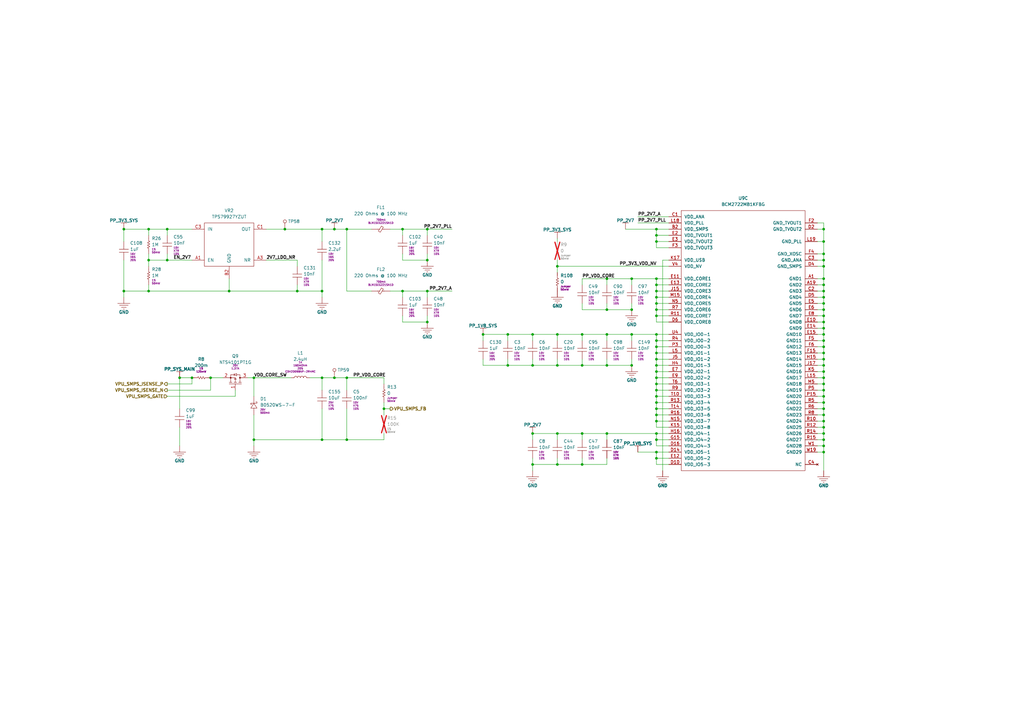
<source format=kicad_sch>
(kicad_sch (version 20231120) (generator "eeschema") (generator_version "8.0")
  (paper "A3")
  (title_block (title "iPod Video Main Board") (date "2025-04-19") (rev "A") (comment 1 "820-1975") (comment 2 "A"))
  (junction (at 337.82 109.22))
  (junction (at 269.24 172.72))
  (junction (at 337.82 132.08))
  (junction (at 337.82 124.46))
  (junction (at 269.24 96.52))
  (junction (at 337.82 147.32))
  (junction (at 337.82 127))
  (junction (at 269.24 160.02))
  (junction (at 337.82 114.3))
  (junction (at 218.44 137.16))
  (junction (at 337.82 170.18))
  (junction (at 269.24 119.38))
  (junction (at 175.26 119.38))
  (junction (at 259.08 127))
  (junction (at 60.96 106.68))
  (junction (at 228.6 177.8))
  (junction (at 269.24 165.1))
  (junction (at 165.1 93.98))
  (junction (at 132.08 180.34))
  (junction (at 259.08 149.86))
  (junction (at 337.82 162.56))
  (junction (at 337.82 104.14))
  (junction (at 93.98 119.38))
  (junction (at 86.36 154.94))
  (junction (at 142.24 180.34))
  (junction (at 337.82 134.62))
  (junction (at 337.82 167.64))
  (junction (at 208.28 137.16))
  (junction (at 269.24 124.46))
  (junction (at 269.24 127))
  (junction (at 259.08 114.3))
  (junction (at 132.08 93.98))
  (junction (at 157.48 167.64))
  (junction (at 269.24 144.78))
  (junction (at 269.24 116.84))
  (junction (at 337.82 177.8))
  (junction (at 208.28 149.86))
  (junction (at 50.8 119.38))
  (junction (at 132.08 119.38))
  (junction (at 137.16 93.98))
  (junction (at 175.26 93.98))
  (junction (at 269.24 177.8))
  (junction (at 228.6 109.22))
  (junction (at 269.24 142.24))
  (junction (at 269.24 149.86))
  (junction (at 132.08 154.94))
  (junction (at 142.24 93.98))
  (junction (at 198.12 137.16))
  (junction (at 337.82 121.92))
  (junction (at 248.92 127))
  (junction (at 218.44 190.5))
  (junction (at 269.24 187.96))
  (junction (at 337.82 142.24))
  (junction (at 78.74 154.94))
  (junction (at 104.14 154.94))
  (junction (at 337.82 93.98))
  (junction (at 218.44 149.86))
  (junction (at 269.24 157.48))
  (junction (at 337.82 157.48))
  (junction (at 337.82 160.02))
  (junction (at 228.6 137.16))
  (junction (at 116.84 93.98))
  (junction (at 337.82 129.54))
  (junction (at 269.24 170.18))
  (junction (at 337.82 182.88))
  (junction (at 269.24 167.64))
  (junction (at 248.92 137.16))
  (junction (at 238.76 190.5))
  (junction (at 269.24 139.7))
  (junction (at 337.82 116.84))
  (junction (at 218.44 177.8))
  (junction (at 337.82 175.26))
  (junction (at 337.82 99.06))
  (junction (at 269.24 137.16))
  (junction (at 337.82 149.86))
  (junction (at 142.24 154.94))
  (junction (at 228.6 190.5))
  (junction (at 337.82 119.38))
  (junction (at 337.82 106.68))
  (junction (at 269.24 93.98))
  (junction (at 337.82 139.7))
  (junction (at 137.16 154.94))
  (junction (at 238.76 177.8))
  (junction (at 269.24 185.42))
  (junction (at 337.82 185.42))
  (junction (at 248.92 149.86))
  (junction (at 248.92 177.8))
  (junction (at 68.58 106.68))
  (junction (at 238.76 149.86))
  (junction (at 269.24 180.34))
  (junction (at 175.26 132.08))
  (junction (at 269.24 147.32))
  (junction (at 68.58 93.98))
  (junction (at 60.96 93.98))
  (junction (at 121.92 119.38))
  (junction (at 228.6 149.86))
  (junction (at 165.1 119.38))
  (junction (at 337.82 137.16))
  (junction (at 60.96 119.38))
  (junction (at 50.8 93.98))
  (junction (at 269.24 162.56))
  (junction (at 269.24 129.54))
  (junction (at 175.26 106.68))
  (junction (at 269.24 154.94))
  (junction (at 269.24 99.06))
  (junction (at 337.82 172.72))
  (junction (at 337.82 180.34))
  (junction (at 269.24 114.3))
  (junction (at 104.14 180.34))
  (junction (at 238.76 137.16))
  (junction (at 337.82 165.1))
  (junction (at 337.82 154.94))
  (junction (at 337.82 144.78))
  (junction (at 73.66 154.94))
  (junction (at 259.08 137.16))
  (junction (at 269.24 152.4))
  (junction (at 337.82 152.4))
  (junction (at 248.92 114.3))
  (junction (at 269.24 121.92))
  (wire (pts (xy 157.48 177.8) (xy 157.48 180.34)))
  (wire (pts (xy 269.24 96.52) (xy 269.24 99.06)))
  (wire (pts (xy 274.32 157.48) (xy 269.24 157.48)))
  (wire (pts (xy 335.28 137.16) (xy 337.82 137.16)))
  (wire (pts (xy 175.26 93.98) (xy 185.42 93.98)))
  (wire (pts (xy 335.28 134.62) (xy 337.82 134.62)))
  (wire (pts (xy 68.58 106.68) (xy 78.74 106.68)))
  (wire (pts (xy 228.6 177.8) (xy 228.6 180.34)))
  (wire (pts (xy 335.28 167.64) (xy 337.82 167.64)))
  (wire (pts (xy 271.78 106.68) (xy 271.78 193.04)))
  (wire (pts (xy 274.32 129.54) (xy 269.24 129.54)))
  (wire (pts (xy 218.44 177.8) (xy 228.6 177.8)))
  (wire (pts (xy 337.82 170.18) (xy 337.82 172.72)))
  (wire (pts (xy 248.92 137.16) (xy 248.92 139.7)))
  (wire (pts (xy 274.32 180.34) (xy 269.24 180.34)))
  (wire (pts (xy 337.82 137.16) (xy 337.82 139.7)))
  (wire (pts (xy 269.24 172.72) (xy 269.24 170.18)))
  (wire (pts (xy 238.76 137.16) (xy 238.76 139.7)))
  (wire (pts (xy 337.82 162.56) (xy 337.82 165.1)))
  (wire (pts (xy 269.24 137.16) (xy 269.24 139.7)))
  (wire (pts (xy 132.08 180.34) (xy 142.24 180.34)))
  (wire (pts (xy 238.76 147.32) (xy 238.76 149.86)))
  (wire (pts (xy 68.58 104.14) (xy 68.58 106.68)))
  (wire (pts (xy 274.32 142.24) (xy 269.24 142.24)))
  (wire (pts (xy 142.24 93.98) (xy 152.4 93.98)))
  (wire (pts (xy 218.44 139.7) (xy 218.44 137.16)))
  (wire (pts (xy 73.66 175.26) (xy 73.66 182.88)))
  (wire (pts (xy 337.82 172.72) (xy 337.82 175.26)))
  (wire (pts (xy 337.82 152.4) (xy 337.82 154.94)))
  (wire (pts (xy 337.82 142.24) (xy 337.82 144.78)))
  (wire (pts (xy 109.22 93.98) (xy 116.84 93.98)))
  (wire (pts (xy 218.44 177.8) (xy 218.44 180.34)))
  (wire (pts (xy 78.74 154.94) (xy 78.74 157.48)))
  (wire (pts (xy 259.08 137.16) (xy 269.24 137.16)))
  (wire (pts (xy 259.08 147.32) (xy 259.08 149.86)))
  (wire (pts (xy 248.92 149.86) (xy 238.76 149.86)))
  (wire (pts (xy 228.6 137.16) (xy 238.76 137.16)))
  (wire (pts (xy 335.28 165.1) (xy 337.82 165.1)))
  (wire (pts (xy 142.24 119.38) (xy 152.4 119.38)))
  (wire (pts (xy 218.44 137.16) (xy 228.6 137.16)))
  (wire (pts (xy 248.92 127) (xy 259.08 127)))
  (wire (pts (xy 132.08 121.92) (xy 132.08 119.38)))
  (wire (pts (xy 269.24 152.4) (xy 269.24 149.86)))
  (wire (pts (xy 335.28 142.24) (xy 337.82 142.24)))
  (wire (pts (xy 269.24 93.98) (xy 274.32 93.98)))
  (wire (pts (xy 269.24 162.56) (xy 269.24 165.1)))
  (wire (pts (xy 335.28 124.46) (xy 337.82 124.46)))
  (wire (pts (xy 261.62 91.44) (xy 274.32 91.44)))
  (wire (pts (xy 259.08 137.16) (xy 259.08 139.7)))
  (wire (pts (xy 337.82 180.34) (xy 337.82 182.88)))
  (wire (pts (xy 157.48 167.64) (xy 157.48 170.18)))
  (wire (pts (xy 337.82 139.7) (xy 337.82 142.24)))
  (wire (pts (xy 269.24 172.72) (xy 269.24 175.26)))
  (wire (pts (xy 274.32 154.94) (xy 269.24 154.94)))
  (wire (pts (xy 274.32 190.5) (xy 269.24 190.5)))
  (wire (pts (xy 198.12 137.16) (xy 198.12 139.7)))
  (wire (pts (xy 208.28 137.16) (xy 208.28 139.7)))
  (wire (pts (xy 274.32 172.72) (xy 269.24 172.72)))
  (wire (pts (xy 165.1 121.92) (xy 165.1 119.38)))
  (wire (pts (xy 269.24 160.02) (xy 269.24 162.56)))
  (wire (pts (xy 142.24 167.64) (xy 142.24 180.34)))
  (wire (pts (xy 104.14 154.94) (xy 119.38 154.94)))
  (wire (pts (xy 248.92 137.16) (xy 259.08 137.16)))
  (wire (pts (xy 259.08 114.3) (xy 259.08 116.84)))
  (wire (pts (xy 274.32 116.84) (xy 269.24 116.84)))
  (wire (pts (xy 50.8 106.68) (xy 50.8 119.38)))
  (wire (pts (xy 73.66 154.94) (xy 73.66 167.64)))
  (wire (pts (xy 274.32 106.68) (xy 271.78 106.68)))
  (wire (pts (xy 269.24 147.32) (xy 269.24 144.78)))
  (wire (pts (xy 238.76 149.86) (xy 228.6 149.86)))
  (wire (pts (xy 175.26 132.08) (xy 165.1 132.08)))
  (wire (pts (xy 142.24 154.94) (xy 142.24 160.02)))
  (wire (pts (xy 96.52 162.56) (xy 96.52 160.02)))
  (wire (pts (xy 269.24 157.48) (xy 269.24 160.02)))
  (wire (pts (xy 274.32 144.78) (xy 269.24 144.78)))
  (wire (pts (xy 335.28 157.48) (xy 337.82 157.48)))
  (wire (pts (xy 121.92 106.68) (xy 121.92 109.22)))
  (wire (pts (xy 274.32 149.86) (xy 269.24 149.86)))
  (wire (pts (xy 337.82 165.1) (xy 337.82 167.64)))
  (wire (pts (xy 274.32 175.26) (xy 269.24 175.26)))
  (wire (pts (xy 68.58 160.02) (xy 86.36 160.02)))
  (wire (pts (xy 104.14 170.18) (xy 104.14 180.34)))
  (wire (pts (xy 238.76 137.16) (xy 248.92 137.16)))
  (wire (pts (xy 60.96 96.52) (xy 60.96 93.98)))
  (wire (pts (xy 269.24 96.52) (xy 274.32 96.52)))
  (wire (pts (xy 86.36 154.94) (xy 91.44 154.94)))
  (wire (pts (xy 175.26 119.38) (xy 175.26 121.92)))
  (wire (pts (xy 218.44 190.5) (xy 228.6 190.5)))
  (wire (pts (xy 116.84 93.98) (xy 132.08 93.98)))
  (wire (pts (xy 104.14 180.34) (xy 132.08 180.34)))
  (wire (pts (xy 269.24 132.08) (xy 269.24 129.54)))
  (wire (pts (xy 160.02 93.98) (xy 165.1 93.98)))
  (wire (pts (xy 337.82 167.64) (xy 337.82 170.18)))
  (wire (pts (xy 337.82 93.98) (xy 337.82 99.06)))
  (wire (pts (xy 218.44 187.96) (xy 218.44 190.5)))
  (wire (pts (xy 274.32 182.88) (xy 269.24 182.88)))
  (wire (pts (xy 335.28 144.78) (xy 337.82 144.78)))
  (wire (pts (xy 335.28 127) (xy 337.82 127)))
  (wire (pts (xy 228.6 109.22) (xy 274.32 109.22)))
  (wire (pts (xy 238.76 127) (xy 238.76 124.46)))
  (wire (pts (xy 274.32 124.46) (xy 269.24 124.46)))
  (wire (pts (xy 259.08 114.3) (xy 269.24 114.3)))
  (wire (pts (xy 335.28 162.56) (xy 337.82 162.56)))
  (wire (pts (xy 274.32 137.16) (xy 269.24 137.16)))
  (wire (pts (xy 337.82 149.86) (xy 337.82 152.4)))
  (wire (pts (xy 335.28 91.44) (xy 337.82 91.44)))
  (wire (pts (xy 269.24 142.24) (xy 269.24 139.7)))
  (wire (pts (xy 248.92 187.96) (xy 248.92 190.5)))
  (wire (pts (xy 238.76 114.3) (xy 238.76 116.84)))
  (wire (pts (xy 337.82 119.38) (xy 337.82 121.92)))
  (wire (pts (xy 157.48 165.1) (xy 157.48 167.64)))
  (wire (pts (xy 274.32 170.18) (xy 269.24 170.18)))
  (wire (pts (xy 269.24 177.8) (xy 274.32 177.8)))
  (wire (pts (xy 238.76 190.5) (xy 248.92 190.5)))
  (wire (pts (xy 337.82 134.62) (xy 337.82 137.16)))
  (wire (pts (xy 127 154.94) (xy 132.08 154.94)))
  (wire (pts (xy 335.28 93.98) (xy 337.82 93.98)))
  (wire (pts (xy 337.82 127) (xy 337.82 129.54)))
  (wire (pts (xy 165.1 96.52) (xy 165.1 93.98)))
  (wire (pts (xy 248.92 177.8) (xy 248.92 180.34)))
  (wire (pts (xy 121.92 116.84) (xy 121.92 119.38)))
  (wire (pts (xy 335.28 104.14) (xy 337.82 104.14)))
  (wire (pts (xy 248.92 147.32) (xy 248.92 149.86)))
  (wire (pts (xy 228.6 139.7) (xy 228.6 137.16)))
  (wire (pts (xy 335.28 132.08) (xy 337.82 132.08)))
  (wire (pts (xy 335.28 139.7) (xy 337.82 139.7)))
  (wire (pts (xy 269.24 144.78) (xy 269.24 142.24)))
  (wire (pts (xy 157.48 157.48) (xy 157.48 154.94)))
  (wire (pts (xy 137.16 93.98) (xy 142.24 93.98)))
  (wire (pts (xy 335.28 175.26) (xy 337.82 175.26)))
  (wire (pts (xy 335.28 154.94) (xy 337.82 154.94)))
  (wire (pts (xy 165.1 93.98) (xy 175.26 93.98)))
  (wire (pts (xy 142.24 93.98) (xy 142.24 119.38)))
  (wire (pts (xy 238.76 177.8) (xy 238.76 180.34)))
  (wire (pts (xy 269.24 177.8) (xy 269.24 180.34)))
  (wire (pts (xy 259.08 124.46) (xy 259.08 127)))
  (wire (pts (xy 269.24 167.64) (xy 269.24 165.1)))
  (wire (pts (xy 269.24 185.42) (xy 269.24 187.96)))
  (wire (pts (xy 274.32 167.64) (xy 269.24 167.64)))
  (wire (pts (xy 269.24 147.32) (xy 269.24 149.86)))
  (wire (pts (xy 50.8 119.38) (xy 60.96 119.38)))
  (wire (pts (xy 337.82 185.42) (xy 337.82 193.04)))
  (wire (pts (xy 269.24 121.92) (xy 269.24 119.38)))
  (wire (pts (xy 132.08 119.38) (xy 121.92 119.38)))
  (wire (pts (xy 335.28 119.38) (xy 337.82 119.38)))
  (wire (pts (xy 274.32 187.96) (xy 269.24 187.96)))
  (wire (pts (xy 175.26 93.98) (xy 175.26 96.52)))
  (wire (pts (xy 274.32 132.08) (xy 269.24 132.08)))
  (wire (pts (xy 335.28 152.4) (xy 337.82 152.4)))
  (wire (pts (xy 248.92 177.8) (xy 269.24 177.8)))
  (wire (pts (xy 160.02 119.38) (xy 165.1 119.38)))
  (wire (pts (xy 137.16 154.94) (xy 142.24 154.94)))
  (wire (pts (xy 175.26 106.68) (xy 165.1 106.68)))
  (wire (pts (xy 238.76 177.8) (xy 248.92 177.8)))
  (wire (pts (xy 142.24 154.94) (xy 157.48 154.94)))
  (wire (pts (xy 228.6 106.68) (xy 228.6 109.22)))
  (wire (pts (xy 337.82 144.78) (xy 337.82 147.32)))
  (wire (pts (xy 337.82 157.48) (xy 337.82 160.02)))
  (wire (pts (xy 274.32 147.32) (xy 269.24 147.32)))
  (wire (pts (xy 218.44 147.32) (xy 218.44 149.86)))
  (wire (pts (xy 256.54 93.98) (xy 269.24 93.98)))
  (wire (pts (xy 269.24 99.06) (xy 269.24 101.6)))
  (wire (pts (xy 228.6 187.96) (xy 228.6 190.5)))
  (wire (pts (xy 335.28 180.34) (xy 337.82 180.34)))
  (wire (pts (xy 132.08 154.94) (xy 132.08 160.02)))
  (wire (pts (xy 208.28 147.32) (xy 208.28 149.86)))
  (wire (pts (xy 78.74 154.94) (xy 73.66 154.94)))
  (wire (pts (xy 165.1 104.14) (xy 165.1 106.68)))
  (wire (pts (xy 68.58 157.48) (xy 78.74 157.48)))
  (wire (pts (xy 68.58 93.98) (xy 78.74 93.98)))
  (wire (pts (xy 335.28 185.42) (xy 337.82 185.42)))
  (wire (pts (xy 175.26 129.54) (xy 175.26 132.08)))
  (wire (pts (xy 335.28 160.02) (xy 337.82 160.02)))
  (wire (pts (xy 248.92 124.46) (xy 248.92 127)))
  (wire (pts (xy 132.08 180.34) (xy 132.08 167.64)))
  (wire (pts (xy 337.82 129.54) (xy 337.82 132.08)))
  (wire (pts (xy 60.96 116.84) (xy 60.96 119.38)))
  (wire (pts (xy 337.82 121.92) (xy 337.82 124.46)))
  (wire (pts (xy 337.82 109.22) (xy 337.82 114.3)))
  (wire (pts (xy 198.12 137.16) (xy 208.28 137.16)))
  (wire (pts (xy 335.28 172.72) (xy 337.82 172.72)))
  (wire (pts (xy 269.24 154.94) (xy 269.24 157.48)))
  (wire (pts (xy 337.82 116.84) (xy 337.82 119.38)))
  (wire (pts (xy 337.82 185.42) (xy 337.82 182.88)))
  (wire (pts (xy 337.82 106.68) (xy 337.82 109.22)))
  (wire (pts (xy 228.6 147.32) (xy 228.6 149.86)))
  (wire (pts (xy 248.92 114.3) (xy 259.08 114.3)))
  (wire (pts (xy 228.6 97.79) (xy 228.6 99.06)))
  (wire (pts (xy 274.32 160.02) (xy 269.24 160.02)))
  (wire (pts (xy 337.82 160.02) (xy 337.82 162.56)))
  (wire (pts (xy 60.96 93.98) (xy 68.58 93.98)))
  (wire (pts (xy 335.28 121.92) (xy 337.82 121.92)))
  (wire (pts (xy 86.36 154.94) (xy 86.36 160.02)))
  (wire (pts (xy 109.22 106.68) (xy 121.92 106.68)))
  (wire (pts (xy 274.32 162.56) (xy 269.24 162.56)))
  (wire (pts (xy 104.14 162.56) (xy 104.14 154.94)))
  (wire (pts (xy 269.24 185.42) (xy 274.32 185.42)))
  (wire (pts (xy 175.26 119.38) (xy 185.42 119.38)))
  (wire (pts (xy 208.28 137.16) (xy 218.44 137.16)))
  (wire (pts (xy 337.82 104.14) (xy 337.82 106.68)))
  (wire (pts (xy 228.6 149.86) (xy 218.44 149.86)))
  (wire (pts (xy 228.6 109.22) (xy 228.6 111.76)))
  (wire (pts (xy 175.26 104.14) (xy 175.26 106.68)))
  (wire (pts (xy 269.24 180.34) (xy 269.24 182.88)))
  (wire (pts (xy 60.96 104.14) (xy 60.96 106.68)))
  (wire (pts (xy 274.32 165.1) (xy 269.24 165.1)))
  (wire (pts (xy 335.28 129.54) (xy 337.82 129.54)))
  (wire (pts (xy 337.82 99.06) (xy 337.82 104.14)))
  (wire (pts (xy 208.28 149.86) (xy 198.12 149.86)))
  (wire (pts (xy 248.92 149.86) (xy 259.08 149.86)))
  (wire (pts (xy 269.24 154.94) (xy 269.24 152.4)))
  (wire (pts (xy 238.76 127) (xy 248.92 127)))
  (wire (pts (xy 60.96 106.68) (xy 68.58 106.68)))
  (wire (pts (xy 132.08 106.68) (xy 132.08 119.38)))
  (wire (pts (xy 269.24 116.84) (xy 269.24 114.3)))
  (wire (pts (xy 142.24 180.34) (xy 157.48 180.34)))
  (wire (pts (xy 335.28 116.84) (xy 337.82 116.84)))
  (wire (pts (xy 335.28 149.86) (xy 337.82 149.86)))
  (wire (pts (xy 274.32 119.38) (xy 269.24 119.38)))
  (wire (pts (xy 269.24 114.3) (xy 274.32 114.3)))
  (wire (pts (xy 104.14 182.88) (xy 104.14 180.34)))
  (wire (pts (xy 165.1 129.54) (xy 165.1 132.08)))
  (wire (pts (xy 274.32 127) (xy 269.24 127)))
  (wire (pts (xy 93.98 119.38) (xy 93.98 114.3)))
  (wire (pts (xy 60.96 119.38) (xy 93.98 119.38)))
  (wire (pts (xy 269.24 124.46) (xy 269.24 121.92)))
  (wire (pts (xy 269.24 139.7) (xy 274.32 139.7)))
  (wire (pts (xy 248.92 114.3) (xy 248.92 116.84)))
  (wire (pts (xy 337.82 147.32) (xy 337.82 149.86)))
  (wire (pts (xy 337.82 124.46) (xy 337.82 127)))
  (wire (pts (xy 238.76 114.3) (xy 248.92 114.3)))
  (wire (pts (xy 198.12 149.86) (xy 198.12 147.32)))
  (wire (pts (xy 335.28 170.18) (xy 337.82 170.18)))
  (wire (pts (xy 165.1 119.38) (xy 175.26 119.38)))
  (wire (pts (xy 50.8 119.38) (xy 50.8 121.92)))
  (wire (pts (xy 269.24 170.18) (xy 269.24 167.64)))
  (wire (pts (xy 60.96 106.68) (xy 60.96 109.22)))
  (wire (pts (xy 274.32 152.4) (xy 269.24 152.4)))
  (wire (pts (xy 132.08 99.06) (xy 132.08 93.98)))
  (wire (pts (xy 218.44 190.5) (xy 218.44 193.04)))
  (wire (pts (xy 337.82 114.3) (xy 337.82 116.84)))
  (wire (pts (xy 228.6 177.8) (xy 238.76 177.8)))
  (wire (pts (xy 337.82 177.8) (xy 337.82 180.34)))
  (wire (pts (xy 269.24 124.46) (xy 269.24 127)))
  (wire (pts (xy 335.28 147.32) (xy 337.82 147.32)))
  (wire (pts (xy 274.32 121.92) (xy 269.24 121.92)))
  (wire (pts (xy 269.24 129.54) (xy 269.24 127)))
  (wire (pts (xy 238.76 187.96) (xy 238.76 190.5)))
  (wire (pts (xy 274.32 101.6) (xy 269.24 101.6)))
  (wire (pts (xy 337.82 154.94) (xy 337.82 157.48)))
  (wire (pts (xy 121.92 119.38) (xy 93.98 119.38)))
  (wire (pts (xy 261.62 185.42) (xy 269.24 185.42)))
  (wire (pts (xy 337.82 175.26) (xy 337.82 177.8)))
  (wire (pts (xy 132.08 154.94) (xy 137.16 154.94)))
  (wire (pts (xy 157.48 167.64) (xy 160.02 167.64)))
  (wire (pts (xy 269.24 93.98) (xy 269.24 96.52)))
  (wire (pts (xy 274.32 99.06) (xy 269.24 99.06)))
  (wire (pts (xy 269.24 187.96) (xy 269.24 190.5)))
  (wire (pts (xy 335.28 109.22) (xy 337.82 109.22)))
  (wire (pts (xy 228.6 190.5) (xy 238.76 190.5)))
  (wire (pts (xy 137.16 93.98) (xy 132.08 93.98)))
  (wire (pts (xy 68.58 93.98) (xy 68.58 96.52)))
  (wire (pts (xy 337.82 132.08) (xy 337.82 134.62)))
  (wire (pts (xy 335.28 177.8) (xy 337.82 177.8)))
  (wire (pts (xy 337.82 91.44) (xy 337.82 93.98)))
  (wire (pts (xy 218.44 149.86) (xy 208.28 149.86)))
  (wire (pts (xy 101.6 154.94) (xy 104.14 154.94)))
  (wire (pts (xy 335.28 182.88) (xy 337.82 182.88)))
  (wire (pts (xy 335.28 99.06) (xy 337.82 99.06)))
  (wire (pts (xy 50.8 93.98) (xy 50.8 99.06)))
  (wire (pts (xy 335.28 106.68) (xy 337.82 106.68)))
  (wire (pts (xy 261.62 88.9) (xy 274.32 88.9)))
  (wire (pts (xy 269.24 119.38) (xy 269.24 116.84)))
  (wire (pts (xy 335.28 114.3) (xy 337.82 114.3)))
  (wire (pts (xy 50.8 93.98) (xy 60.96 93.98)))
  (wire (pts (xy 68.58 162.56) (xy 96.52 162.56)))
  (label "PP_VDD_CORE" (at 238.76 114.3 0) (effects (font (thickness 0.254) (bold yes))))
  (label "PP_2V7_PLL" (at 261.62 91.44 0) (effects (font (thickness 0.254) (bold yes))))
  (label "PP_3V3_VDD_NV" (at 254 109.22 0) (effects (font (thickness 0.254) (bold yes))))
  (label "PP_2V7_A" (at 261.62 88.9 0) (effects (font (thickness 0.254) (bold yes))))
  (label "2V7_LDO_NR" (at 109.22 106.68 0) (effects (font (thickness 0.254) (bold yes))))
  (label "EN_2V7" (at 71.12 106.68 0) (effects (font (thickness 0.254) (bold yes))))
  (label "PP_2V7_A" (at 185.42 119.38 180) (effects (font (thickness 0.254) (bold yes))))
  (label "PP_VDD_CORE" (at 144.78 154.94 0) (effects (font (thickness 0.254) (bold yes))))
  (label "PP_2V7_PLL" (at 185.42 93.98 180) (effects (font (thickness 0.254) (bold yes))))
  (label "VDD_CORE_SW" (at 104.14 154.94 0) (effects (font (thickness 0.254) (bold yes))))
  (hierarchical_label "VPU_SMPS_GATE" (shape input) (at 68.58 162.56 180) (effects (font (bold yes))))
  (hierarchical_label "VPU_SMPS_ISENSE_N" (shape output) (at 68.58 160.02 180) (effects (font (bold yes))))
  (hierarchical_label "VPU_SMPS_FB" (shape output) (at 160.02 167.64 0) (effects (font (bold yes))))
  (hierarchical_label "VPU_SMPS_ISENSE_P" (shape output) (at 68.58 157.48 180) (effects (font (bold yes))))
  (symbol (lib_id "820-1975_Symbols:GND") (at 218.44 193.04 0) (unit 1) (in_bom no) (on_board no)
    (property "Reference" "#PWR0101" (effects (hide yes)))
    (property "Value" "GND" (at 218.44 199.136 0) (effects (font (bold yes))))
    (property "Description" "Ground Symbol" (effects (hide yes)))
  )
  (symbol (lib_id "820-1975:PCB Components/TP-000000") (at 137.16 154.94 0) (unit 1)
    (property "Reference" "TP59" (at 138.43 151.765 0) (effects (justify left)))
    (property "Value" "TP" (effects (hide yes)))
    (property "Footprint" "820-1975_Footprints:TP-SMT" (effects (hide yes)))
    (property "Description" "TESTPOINT SMT" (effects (hide yes)))
  )
  (symbol (lib_id "820-1975:Capacitors-0201/CAP-0201-000005") (at 175.26 96.52 0) (unit 1)
    (property "Reference" "C40" (at 177.8 97.155 0) (effects (justify left)))
    (property "Value" "10nF" (at 177.8 99.695 0) (effects (justify left)))
    (property "Footprint" "820-1975_Footprints:MLCC-0201" (effects (hide yes)))
    (property "Voltage" "10V" (at 177.8 101.6 0) (effects (font (size 0.762 0.762)) (justify left)))
    (property "Dielectric" "X7R" (at 177.8 102.87 0) (effects (font (size 0.762 0.762)) (justify left)))
    (property "Tolerance" "10%" (at 177.8 104.14 0) (effects (font (size 0.762 0.762)) (justify left)))
    (property "Manufacturer" "Murata" (effects (hide yes)))
    (property "Manufacturer Part Number" "GRM033R71A103KA01D" (effects (hide yes)))
  )
  (symbol (lib_id "820-1975:Capacitors-0201/CAP-0201-000005") (at 238.76 180.34 0) (unit 1)
    (property "Reference" "C47" (at 241.3 180.975 0) (effects (justify left)))
    (property "Value" "10nF" (at 241.3 183.515 0) (effects (justify left)))
    (property "Footprint" "820-1975_Footprints:MLCC-0201" (effects (hide yes)))
    (property "Voltage" "10V" (at 241.3 185.42 0) (effects (font (size 0.762 0.762)) (justify left)))
    (property "Dielectric" "X7R" (at 241.3 186.69 0) (effects (font (size 0.762 0.762)) (justify left)))
    (property "Tolerance" "10%" (at 241.3 187.96 0) (effects (font (size 0.762 0.762)) (justify left)))
    (property "Manufacturer" "Murata" (effects (hide yes)))
    (property "Manufacturer Part Number" "GRM033R71A103KA01D" (effects (hide yes)))
  )
  (symbol (lib_id "820-1975:Capacitors-0402/CAP-0402-000005") (at 73.66 167.64 0) (unit 1)
    (property "Reference" "C99" (at 76.2 168.275 0) (effects (justify left)))
    (property "Value" "1uF" (at 76.2 170.815 0) (effects (justify left)))
    (property "Footprint" "820-1975_Footprints:MLCC-0402" (effects (hide yes)))
    (property "Voltage" "16V" (at 76.2 172.72 0) (effects (font (size 0.762 0.762)) (justify left)))
    (property "Dielectric" "X6S" (at 76.2 173.99 0) (effects (font (size 0.762 0.762)) (justify left)))
    (property "Tolerance" "20%" (at 76.2 175.26 0) (effects (font (size 0.762 0.762)) (justify left)))
    (property "Manufacturer" "Murata" (effects (hide yes)))
    (property "Manufacturer Part Number" "GRM155C81C105ME11J" (effects (hide yes)))
  )
  (symbol (lib_id "820-1975_Symbols:VCC") (at 228.6 97.79 0) (unit 1) (in_bom no) (on_board no)
    (property "Reference" "#PWR0120" (effects (hide yes)))
    (property "Value" "PP_3V3_SYS" (at 228.6 94.234 0) (effects (font (bold yes))))
    (property "Description" "Power Port Symbol" (effects (hide yes)))
  )
  (symbol (lib_id "820-1975:Resistors-0402/RES-0402-000001") (at 78.74 154.94 90) (unit 1)
    (property "Reference" "R8" (at 82.55 147.32 90))
    (property "Value" "200m" (at 82.55 149.86 90))
    (property "Footprint" "820-1975_Footprints:RES-0402" (effects (hide yes)))
    (property "Tolerance" "1%" (at 82.55 151.13 90) (effects (font (size 0.762 0.762))))
    (property "Power" "125mW" (at 82.55 152.4 90) (effects (font (size 0.762 0.762))))
    (property "Manufacturer" "Vishay Dale" (effects (hide yes)))
    (property "Manufacturer Part Number" "RCWE0402R200FKEA" (effects (hide yes)))
  )
  (symbol (lib_id "820-1975:Capacitors-0402/CAP-0402-000005") (at 165.1 96.52 0) (unit 1)
    (property "Reference" "C102" (at 167.64 97.155 0) (effects (justify left)))
    (property "Value" "1uF" (at 167.64 99.695 0) (effects (justify left)))
    (property "Footprint" "820-1975_Footprints:MLCC-0402" (effects (hide yes)))
    (property "Voltage" "16V" (at 167.64 101.6 0) (effects (font (size 0.762 0.762)) (justify left)))
    (property "Dielectric" "X6S" (at 167.64 102.87 0) (effects (font (size 0.762 0.762)) (justify left)))
    (property "Tolerance" "20%" (at 167.64 104.14 0) (effects (font (size 0.762 0.762)) (justify left)))
    (property "Manufacturer" "Murata" (effects (hide yes)))
    (property "Manufacturer Part Number" "GRM155C81C105ME11J" (effects (hide yes)))
  )
  (symbol (lib_id "820-1975_Symbols:GND") (at 259.08 127 0) (unit 1) (in_bom no) (on_board no)
    (property "Reference" "#PWR0196" (effects (hide yes)))
    (property "Value" "GND" (at 259.08 133.096 0) (effects (font (bold yes))))
    (property "Description" "Ground Symbol" (effects (hide yes)))
  )
  (symbol (lib_id "820-1975:Capacitors-0402/CAP-0402-000006") (at 132.08 99.06 0) (unit 1)
    (property "Reference" "C132" (at 134.62 99.695 0) (effects (justify left)))
    (property "Value" "2.2uF" (at 134.62 102.235 0) (effects (justify left)))
    (property "Footprint" "820-1975_Footprints:MLCC-0402" (effects (hide yes)))
    (property "Voltage" "10V" (at 134.62 104.14 0) (effects (font (size 0.762 0.762)) (justify left)))
    (property "Dielectric" "X6S" (at 134.62 105.41 0) (effects (font (size 0.762 0.762)) (justify left)))
    (property "Tolerance" "20%" (at 134.62 106.68 0) (effects (font (size 0.762 0.762)) (justify left)))
    (property "Manufacturer" "Murata" (effects (hide yes)))
    (property "Manufacturer Part Number" "GRM155C81A225ME44D" (effects (hide yes)))
  )
  (symbol (lib_id "820-1975:Capacitors-0201/CAP-0201-000005") (at 68.58 96.52 0) (unit 1)
    (property "Reference" "C55" (at 71.12 97.155 0) (effects (justify left)))
    (property "Value" "10nF" (at 71.12 99.695 0) (effects (justify left)))
    (property "Footprint" "820-1975_Footprints:MLCC-0201" (effects (hide yes)))
    (property "Voltage" "10V" (at 71.12 101.6 0) (effects (font (size 0.762 0.762)) (justify left)))
    (property "Dielectric" "X7R" (at 71.12 102.87 0) (effects (font (size 0.762 0.762)) (justify left)))
    (property "Tolerance" "10%" (at 71.12 104.14 0) (effects (font (size 0.762 0.762)) (justify left)))
    (property "Manufacturer" "Murata" (effects (hide yes)))
    (property "Manufacturer Part Number" "GRM033R71A103KA01D" (effects (hide yes)))
  )
  (symbol (lib_id "820-1975:PCB Components/TP-000000") (at 116.84 93.98 0) (unit 1)
    (property "Reference" "TP58" (at 118.11 90.805 0) (effects (justify left)))
    (property "Value" "TP" (effects (hide yes)))
    (property "Footprint" "820-1975_Footprints:TP-SMT" (effects (hide yes)))
    (property "Description" "TESTPOINT SMT" (effects (hide yes)))
  )
  (symbol (lib_id "820-1975:Capacitors-0201/CAP-0201-000005") (at 208.28 139.7 0) (unit 1)
    (property "Reference" "C3" (at 210.82 140.335 0) (effects (justify left)))
    (property "Value" "10nF" (at 210.82 142.875 0) (effects (justify left)))
    (property "Footprint" "820-1975_Footprints:MLCC-0201" (effects (hide yes)))
    (property "Voltage" "10V" (at 210.82 144.78 0) (effects (font (size 0.762 0.762)) (justify left)))
    (property "Dielectric" "X7R" (at 210.82 146.05 0) (effects (font (size 0.762 0.762)) (justify left)))
    (property "Tolerance" "10%" (at 210.82 147.32 0) (effects (font (size 0.762 0.762)) (justify left)))
    (property "Manufacturer" "Murata" (effects (hide yes)))
    (property "Manufacturer Part Number" "GRM033R71A103KA01D" (effects (hide yes)))
  )
  (symbol (lib_id "820-1975:Diodes/D-000000") (at 104.14 162.56 0) (unit 1)
    (property "Reference" "D1" (at 106.68 163.576 0) (effects (justify left)))
    (property "Value" "B0520WS-7-F" (at 106.68 166.116 0) (effects (justify left)))
    (property "Footprint" "820-1975_Footprints:SOD-323" (effects (hide yes)))
    (property "Datasheet" "https://www.diodes.com/assets/Datasheets/B0520WS.pdf" (effects (hide yes)))
    (property "Voltage" "20V" (at 106.68 168.021 0) (effects (font (size 0.762 0.762)) (justify left)))
    (property "Current" "500mA" (at 106.68 169.291 0) (effects (font (size 0.762 0.762)) (justify left)))
    (property "Manufacturer" "Diodes Incorporated" (effects (hide yes)))
    (property "Manufacturer Part Number" "B0520WS-7-F" (effects (hide yes)))
    (property "Type" "Schottky" (effects (hide yes)))
  )
  (symbol (lib_id "820-1975:Capacitors-0201/CAP-0201-000005") (at 259.08 139.7 0) (unit 1)
    (property "Reference" "C149" (at 261.62 140.335 0) (effects (justify left)))
    (property "Value" "10nF" (at 261.62 142.875 0) (effects (justify left)))
    (property "Footprint" "820-1975_Footprints:MLCC-0201" (effects (hide yes)))
    (property "Voltage" "10V" (at 261.62 144.78 0) (effects (font (size 0.762 0.762)) (justify left)))
    (property "Dielectric" "X7R" (at 261.62 146.05 0) (effects (font (size 0.762 0.762)) (justify left)))
    (property "Tolerance" "10%" (at 261.62 147.32 0) (effects (font (size 0.762 0.762)) (justify left)))
    (property "Manufacturer" "Murata" (effects (hide yes)))
    (property "Manufacturer Part Number" "GRM033R71A103KA01D" (effects (hide yes)))
  )
  (symbol (lib_id "820-1975:Capacitors-0805/CAP-0805-000000") (at 132.08 160.02 0) (unit 1)
    (property "Reference" "C155" (at 134.62 160.655 0) (effects (justify left)))
    (property "Value" "10uF" (at 134.62 163.195 0) (effects (justify left)))
    (property "Footprint" "820-1975_Footprints:MLCC-0805" (effects (hide yes)))
    (property "Voltage" "25V" (at 134.62 165.1 0) (effects (font (size 0.762 0.762)) (justify left)))
    (property "Dielectric" "X7S" (at 134.62 166.37 0) (effects (font (size 0.762 0.762)) (justify left)))
    (property "Tolerance" "10%" (at 134.62 167.64 0) (effects (font (size 0.762 0.762)) (justify left)))
    (property "Manufacturer" "Murata" (effects (hide yes)))
    (property "Manufacturer Part Number" "GRM21BC71E106KE11L" (effects (hide yes)))
  )
  (symbol (lib_id "820-1975_Symbols:GND") (at 132.08 121.92 0) (unit 1) (in_bom no) (on_board no)
    (property "Reference" "#PWR069" (effects (hide yes)))
    (property "Value" "GND" (at 132.08 128.016 0) (effects (font (bold yes))))
    (property "Description" "Ground Symbol" (effects (hide yes)))
  )
  (symbol (lib_id "820-1975:Resistors-0201/RES-0201-000000") (at 228.6 99.06 0) (unit 1) (dnp yes)
    (property "Reference" "R9" (at 229.87 100.33 0) (effects (justify left)))
    (property "Value" "0" (at 229.87 102.87 0) (effects (justify left)))
    (property "Footprint" "820-1975_Footprints:RES-0201" (effects (hide yes)))
    (property "Tolerance" "Jumper" (at 229.87 104.775 0) (effects (font (size 0.762 0.762)) (justify left)))
    (property "Power" "50mW" (at 229.87 106.045 0) (effects (font (size 0.762 0.762)) (justify left)))
    (property "Manufacturer" "Vishay Dale" (effects (hide yes)))
    (property "Manufacturer Part Number" "CRCW02010000Z0ED" (effects (hide yes)))
  )
  (symbol (lib_id "820-1975:Inductors/IND-000002") (at 119.38 154.94 90) (unit 1)
    (property "Reference" "L1" (at 123.19 144.78 90))
    (property "Value" "2.4uH" (at 123.19 147.32 90))
    (property "Footprint" "820-1975_Footprints:CDH2D09B" (effects (hide yes)))
    (property "Datasheet" "https://products.sumida.com/products/pdf/CDH2D09B.pdf" (effects (hide yes)))
    (property "Description" "IND 2.4UH 1A 160mOhm CDH2D09BNP-2R4MC" (effects (hide yes)))
    (property "Current" "1A" (at 123.19 148.59 90) (effects (font (size 0.762 0.762))))
    (property "DCR" "160mOhm" (at 123.19 149.86 90) (effects (font (size 0.762 0.762))))
    (property "Tolerance" "20%" (at 123.19 151.13 90) (effects (font (size 0.762 0.762))))
    (property "Manufacturer" "Sumida" (effects (hide yes)))
    (property "Manufacturer Part Number" "CDH2D09BNP-2R4MC" (at 123.19 152.4 90) (effects (font (size 0.762 0.762))))
  )
  (symbol (lib_id "820-1975:Capacitors-0201/CAP-0201-000005") (at 248.92 139.7 0) (unit 1)
    (property "Reference" "C98" (at 251.46 140.335 0) (effects (justify left)))
    (property "Value" "10nF" (at 251.46 142.875 0) (effects (justify left)))
    (property "Footprint" "820-1975_Footprints:MLCC-0201" (effects (hide yes)))
    (property "Voltage" "10V" (at 251.46 144.78 0) (effects (font (size 0.762 0.762)) (justify left)))
    (property "Dielectric" "X7R" (at 251.46 146.05 0) (effects (font (size 0.762 0.762)) (justify left)))
    (property "Tolerance" "10%" (at 251.46 147.32 0) (effects (font (size 0.762 0.762)) (justify left)))
    (property "Manufacturer" "Murata" (effects (hide yes)))
    (property "Manufacturer Part Number" "GRM033R71A103KA01D" (effects (hide yes)))
  )
  (symbol (lib_id "820-1975_Symbols:VCC") (at 137.16 93.98 0) (unit 1) (in_bom no) (on_board no)
    (property "Reference" "#PWR0154" (effects (hide yes)))
    (property "Value" "PP_2V7" (at 137.16 90.424 0) (effects (font (bold yes))))
    (property "Description" "Power Port Symbol" (effects (hide yes)))
  )
  (symbol (lib_id "820-1975_Symbols:GND") (at 228.6 119.38 0) (unit 1) (in_bom no) (on_board no)
    (property "Reference" "#PWR093" (effects (hide yes)))
    (property "Value" "GND" (at 228.6 125.476 0) (effects (font (bold yes))))
    (property "Description" "Ground Symbol" (effects (hide yes)))
  )
  (symbol (lib_id "820-1975:Capacitors-0201/CAP-0201-000005") (at 175.26 121.92 0) (unit 1)
    (property "Reference" "C48" (at 177.8 122.555 0) (effects (justify left)))
    (property "Value" "10nF" (at 177.8 125.095 0) (effects (justify left)))
    (property "Footprint" "820-1975_Footprints:MLCC-0201" (effects (hide yes)))
    (property "Voltage" "10V" (at 177.8 127 0) (effects (font (size 0.762 0.762)) (justify left)))
    (property "Dielectric" "X7R" (at 177.8 128.27 0) (effects (font (size 0.762 0.762)) (justify left)))
    (property "Tolerance" "10%" (at 177.8 129.54 0) (effects (font (size 0.762 0.762)) (justify left)))
    (property "Manufacturer" "Murata" (effects (hide yes)))
    (property "Manufacturer Part Number" "GRM033R71A103KA01D" (effects (hide yes)))
  )
  (symbol (lib_id "820-1975_Symbols:GND") (at 175.26 106.68 0) (unit 1) (in_bom no) (on_board no)
    (property "Reference" "#PWR099" (effects (hide yes)))
    (property "Value" "GND" (at 175.26 112.776 0) (effects (font (bold yes))))
    (property "Description" "Ground Symbol" (effects (hide yes)))
  )
  (symbol (lib_id "820-1975:Capacitors-0201/CAP-0201-000005") (at 238.76 116.84 0) (unit 1)
    (property "Reference" "C49" (at 241.3 117.475 0) (effects (justify left)))
    (property "Value" "10nF" (at 241.3 120.015 0) (effects (justify left)))
    (property "Footprint" "820-1975_Footprints:MLCC-0201" (effects (hide yes)))
    (property "Voltage" "10V" (at 241.3 121.92 0) (effects (font (size 0.762 0.762)) (justify left)))
    (property "Dielectric" "X7R" (at 241.3 123.19 0) (effects (font (size 0.762 0.762)) (justify left)))
    (property "Tolerance" "10%" (at 241.3 124.46 0) (effects (font (size 0.762 0.762)) (justify left)))
    (property "Manufacturer" "Murata" (effects (hide yes)))
    (property "Manufacturer Part Number" "GRM033R71A103KA01D" (effects (hide yes)))
  )
  (symbol (lib_id "820-1975:Resistors-0201/RES-0201-000000") (at 228.6 111.76 0) (unit 1)
    (property "Reference" "R108" (at 229.87 113.03 0) (effects (justify left)))
    (property "Value" "0" (at 229.87 115.57 0) (effects (justify left)))
    (property "Footprint" "820-1975_Footprints:RES-0201" (effects (hide yes)))
    (property "Tolerance" "Jumper" (at 229.87 117.475 0) (effects (font (size 0.762 0.762)) (justify left)))
    (property "Power" "50mW" (at 229.87 118.745 0) (effects (font (size 0.762 0.762)) (justify left)))
    (property "Manufacturer" "Vishay Dale" (effects (hide yes)))
    (property "Manufacturer Part Number" "CRCW02010000Z0ED" (effects (hide yes)))
  )
  (symbol (lib_id "820-1975_Symbols:GND") (at 73.66 182.88 0) (unit 1) (in_bom no) (on_board no)
    (property "Reference" "#PWR054" (effects (hide yes)))
    (property "Value" "GND" (at 73.66 188.976 0) (effects (font (bold yes))))
    (property "Description" "Ground Symbol" (effects (hide yes)))
  )
  (symbol (lib_id "820-1975:Capacitors-0201/CAP-0201-000005") (at 228.6 139.7 0) (unit 1)
    (property "Reference" "C20" (at 231.14 140.335 0) (effects (justify left)))
    (property "Value" "10nF" (at 231.14 142.875 0) (effects (justify left)))
    (property "Footprint" "820-1975_Footprints:MLCC-0201" (effects (hide yes)))
    (property "Voltage" "10V" (at 231.14 144.78 0) (effects (font (size 0.762 0.762)) (justify left)))
    (property "Dielectric" "X7R" (at 231.14 146.05 0) (effects (font (size 0.762 0.762)) (justify left)))
    (property "Tolerance" "10%" (at 231.14 147.32 0) (effects (font (size 0.762 0.762)) (justify left)))
    (property "Manufacturer" "Murata" (effects (hide yes)))
    (property "Manufacturer Part Number" "GRM033R71A103KA01D" (effects (hide yes)))
  )
  (symbol (lib_id "820-1975:Capacitors-0201/CAP-0201-000005") (at 238.76 139.7 0) (unit 1)
    (property "Reference" "C95" (at 241.3 140.335 0) (effects (justify left)))
    (property "Value" "10nF" (at 241.3 142.875 0) (effects (justify left)))
    (property "Footprint" "820-1975_Footprints:MLCC-0201" (effects (hide yes)))
    (property "Voltage" "10V" (at 241.3 144.78 0) (effects (font (size 0.762 0.762)) (justify left)))
    (property "Dielectric" "X7R" (at 241.3 146.05 0) (effects (font (size 0.762 0.762)) (justify left)))
    (property "Tolerance" "10%" (at 241.3 147.32 0) (effects (font (size 0.762 0.762)) (justify left)))
    (property "Manufacturer" "Murata" (effects (hide yes)))
    (property "Manufacturer Part Number" "GRM033R71A103KA01D" (effects (hide yes)))
  )
  (symbol (lib_id "820-1975:Capacitors-0201/CAP-0201-000005") (at 218.44 180.34 0) (unit 1)
    (property "Reference" "C8" (at 220.98 180.975 0) (effects (justify left)))
    (property "Value" "10nF" (at 220.98 183.515 0) (effects (justify left)))
    (property "Footprint" "820-1975_Footprints:MLCC-0201" (effects (hide yes)))
    (property "Voltage" "10V" (at 220.98 185.42 0) (effects (font (size 0.762 0.762)) (justify left)))
    (property "Dielectric" "X7R" (at 220.98 186.69 0) (effects (font (size 0.762 0.762)) (justify left)))
    (property "Tolerance" "10%" (at 220.98 187.96 0) (effects (font (size 0.762 0.762)) (justify left)))
    (property "Manufacturer" "Murata" (effects (hide yes)))
    (property "Manufacturer Part Number" "GRM033R71A103KA01D" (effects (hide yes)))
  )
  (symbol (lib_id "820-1975:Capacitors-0201/CAP-0201-000005") (at 248.92 116.84 0) (unit 1)
    (property "Reference" "C90" (at 251.46 117.475 0) (effects (justify left)))
    (property "Value" "10nF" (at 251.46 120.015 0) (effects (justify left)))
    (property "Footprint" "820-1975_Footprints:MLCC-0201" (effects (hide yes)))
    (property "Voltage" "10V" (at 251.46 121.92 0) (effects (font (size 0.762 0.762)) (justify left)))
    (property "Dielectric" "X7R" (at 251.46 123.19 0) (effects (font (size 0.762 0.762)) (justify left)))
    (property "Tolerance" "10%" (at 251.46 124.46 0) (effects (font (size 0.762 0.762)) (justify left)))
    (property "Manufacturer" "Murata" (effects (hide yes)))
    (property "Manufacturer Part Number" "GRM033R71A103KA01D" (effects (hide yes)))
  )
  (symbol (lib_id "820-1975_Symbols:GND") (at 104.14 182.88 0) (unit 1) (in_bom no) (on_board no)
    (property "Reference" "#PWR055" (effects (hide yes)))
    (property "Value" "GND" (at 104.14 188.976 0) (effects (font (bold yes))))
    (property "Description" "Ground Symbol" (effects (hide yes)))
  )
  (symbol (lib_id "820-1975_Symbols:VCC") (at 261.62 185.42 0) (unit 1) (in_bom no) (on_board no)
    (property "Reference" "#PWR0128" (effects (hide yes)))
    (property "Value" "PP_1V8_SYS" (at 261.62 181.864 0) (effects (font (bold yes))))
    (property "Description" "Power Port Symbol" (effects (hide yes)))
  )
  (symbol (lib_id "820-1975_Symbols:GND") (at 175.26 132.08 0) (unit 1) (in_bom no) (on_board no)
    (property "Reference" "#PWR094" (effects (hide yes)))
    (property "Value" "GND" (at 175.26 138.176 0) (effects (font (bold yes))))
    (property "Description" "Ground Symbol" (effects (hide yes)))
  )
  (symbol (lib_id "820-1975_Symbols:VCC") (at 50.8 93.98 0) (unit 1) (in_bom no) (on_board no)
    (property "Reference" "#PWR0119" (effects (hide yes)))
    (property "Value" "PP_3V3_SYS" (at 50.8 90.424 0) (effects (font (bold yes))))
    (property "Description" "Power Port Symbol" (effects (hide yes)))
  )
  (symbol (lib_id "820-1975:Capacitors-0402/CAP-0402-000005") (at 198.12 139.7 0) (unit 1)
    (property "Reference" "C130" (at 200.66 140.335 0) (effects (justify left)))
    (property "Value" "1uF" (at 200.66 142.875 0) (effects (justify left)))
    (property "Footprint" "820-1975_Footprints:MLCC-0402" (effects (hide yes)))
    (property "Description" "CAP CER 1UF 16V 0402 X6S 20%" (effects (hide yes)))
    (property "Voltage" "16V" (at 200.66 144.78 0) (effects (font (size 0.762 0.762)) (justify left)))
    (property "Dielectric" "X6S" (at 200.66 146.05 0) (effects (font (size 0.762 0.762)) (justify left)))
    (property "Tolerance" "20%" (at 200.66 147.32 0) (effects (font (size 0.762 0.762)) (justify left)))
    (property "Manufacturer" "Murata" (effects (hide yes)))
    (property "Manufacturer Part Number" "GRM155C81C105ME11J" (effects (hide yes)))
  )
  (symbol (lib_id "820-1975_Symbols:GND") (at 271.78 193.04 0) (unit 1) (in_bom no) (on_board no)
    (property "Reference" "#PWR097" (effects (hide yes)))
    (property "Value" "GND" (at 271.78 199.136 0) (effects (font (bold yes))))
    (property "Description" "Ground Symbol" (effects (hide yes)))
  )
  (symbol (lib_id "820-1975:Capacitors-0201/CAP-0201-000006") (at 142.24 160.02 0) (unit 1)
    (property "Reference" "C5" (at 144.78 160.655 0) (effects (justify left)))
    (property "Value" "100nF" (at 144.78 163.195 0) (effects (justify left)))
    (property "Footprint" "820-1975_Footprints:MLCC-0201" (effects (hide yes)))
    (property "Voltage" "10V" (at 144.78 165.1 0) (effects (font (size 0.762 0.762)) (justify left)))
    (property "Dielectric" "X7S" (at 144.78 166.37 0) (effects (font (size 0.762 0.762)) (justify left)))
    (property "Tolerance" "10%" (at 144.78 167.64 0) (effects (font (size 0.762 0.762)) (justify left)))
    (property "Manufacturer" "Murata" (effects (hide yes)))
    (property "Manufacturer Part Number" "GRM033C71A104KE14D" (effects (hide yes)))
  )
  (symbol (lib_id "820-1975:Capacitors-0201/CAP-0201-000005") (at 259.08 116.84 0) (unit 1)
    (property "Reference" "C97" (at 261.62 117.475 0) (effects (justify left)))
    (property "Value" "10nF" (at 261.62 120.015 0) (effects (justify left)))
    (property "Footprint" "820-1975_Footprints:MLCC-0201" (effects (hide yes)))
    (property "Voltage" "10V" (at 261.62 121.92 0) (effects (font (size 0.762 0.762)) (justify left)))
    (property "Dielectric" "X7R" (at 261.62 123.19 0) (effects (font (size 0.762 0.762)) (justify left)))
    (property "Tolerance" "10%" (at 261.62 124.46 0) (effects (font (size 0.762 0.762)) (justify left)))
    (property "Manufacturer" "Murata" (effects (hide yes)))
    (property "Manufacturer Part Number" "GRM033R71A103KA01D" (effects (hide yes)))
  )
  (symbol (lib_id "820-1975_Symbols:VCC") (at 218.44 177.8 0) (unit 1) (in_bom no) (on_board no)
    (property "Reference" "#PWR0159" (effects (hide yes)))
    (property "Value" "PP_2V7" (at 218.44 174.244 0) (effects (font (bold yes))))
    (property "Description" "Power Port Symbol" (effects (hide yes)))
  )
  (symbol (lib_id "820-1975_Symbols:VCC") (at 256.54 93.98 0) (unit 1) (in_bom no) (on_board no)
    (property "Reference" "#PWR0156" (effects (hide yes)))
    (property "Value" "PP_2V7" (at 256.54 90.424 0) (effects (font (bold yes))))
    (property "Description" "Power Port Symbol" (effects (hide yes)))
  )
  (symbol (lib_id "820-1975_Symbols:VCC") (at 73.66 154.94 0) (unit 1) (in_bom no) (on_board no)
    (property "Reference" "#PWR0141" (effects (hide yes)))
    (property "Value" "PP_SYS_MAIN" (at 73.66 151.384 0) (effects (font (bold yes))))
    (property "Description" "Power Port Symbol" (effects (hide yes)))
  )
  (symbol (lib_id "820-1975:Capacitors-0201/CAP-0201-000005") (at 218.44 139.7 0) (unit 1)
    (property "Reference" "C6" (at 220.98 140.335 0) (effects (justify left)))
    (property "Value" "10nF" (at 220.98 142.875 0) (effects (justify left)))
    (property "Footprint" "820-1975_Footprints:MLCC-0201" (effects (hide yes)))
    (property "Voltage" "10V" (at 220.98 144.78 0) (effects (font (size 0.762 0.762)) (justify left)))
    (property "Dielectric" "X7R" (at 220.98 146.05 0) (effects (font (size 0.762 0.762)) (justify left)))
    (property "Tolerance" "10%" (at 220.98 147.32 0) (effects (font (size 0.762 0.762)) (justify left)))
    (property "Manufacturer" "Murata" (effects (hide yes)))
    (property "Manufacturer Part Number" "GRM033R71A103KA01D" (effects (hide yes)))
  )
  (symbol (lib_id "820-1975:Resistors-0201/RES-0201-000030") (at 157.48 170.18 0) (unit 1) (dnp yes)
    (property "Reference" "R15" (at 158.75 171.45 0) (effects (justify left)))
    (property "Value" "100K" (at 158.75 173.99 0) (effects (justify left)))
    (property "Footprint" "820-1975_Footprints:RES-0201" (effects (hide yes)))
    (property "Tolerance" "1%" (at 158.75 175.895 0) (effects (font (size 0.762 0.762)) (justify left)))
    (property "Power" "50mW" (at 158.75 177.165 0) (effects (font (size 0.762 0.762)) (justify left)))
    (property "Manufacturer" "Vishay Dale" (effects (hide yes)))
    (property "Manufacturer Part Number" "CRCW0201100KFNED" (effects (hide yes)))
  )
  (symbol (lib_id "820-1975_Symbols:GND") (at 259.08 149.86 0) (unit 1) (in_bom no) (on_board no)
    (property "Reference" "#PWR0100" (effects (hide yes)))
    (property "Value" "GND" (at 259.08 155.956 0) (effects (font (bold yes))))
    (property "Description" "Ground Symbol" (effects (hide yes)))
  )
  (symbol (lib_id "820-1975:Resistors-0201/RES-0201-000000") (at 157.48 157.48 0) (unit 1)
    (property "Reference" "R13" (at 158.75 158.75 0) (effects (justify left)))
    (property "Value" "0" (at 158.75 161.29 0) (effects (justify left)))
    (property "Footprint" "820-1975_Footprints:RES-0201" (effects (hide yes)))
    (property "Tolerance" "Jumper" (at 158.75 163.195 0) (effects (font (size 0.762 0.762)) (justify left)))
    (property "Power" "50mW" (at 158.75 164.465 0) (effects (font (size 0.762 0.762)) (justify left)))
    (property "Manufacturer" "Vishay Dale" (effects (hide yes)))
    (property "Manufacturer Part Number" "CRCW02010000Z0ED" (effects (hide yes)))
  )
  (symbol (lib_id "820-1975:ICs/IC-000012") (at 279.4 86.36 0) (unit 3)
    (property "Reference" "U9" (at 304.8 81.28 0))
    (property "Value" "BCM2722MB1KFBG" (at 304.8 83.82 0))
    (property "Footprint" "820-1975_Footprints:BCM2722MB1KFBG" (effects (hide yes)))
    (property "Description" "IC VIDEO PROCESSOR BCM2722MB1KFBG" (effects (hide yes)))
    (property "Manufacturer" "Broadcom" (effects (hide yes)))
    (property "Manufacturer Part Number" "BCM2722MB1KFBG" (effects (hide yes)))
  )
  (symbol (lib_id "820-1975_Symbols:GND") (at 337.82 193.04 0) (unit 1) (in_bom no) (on_board no)
    (property "Reference" "#PWR098" (effects (hide yes)))
    (property "Value" "GND" (at 337.82 199.136 0) (effects (font (bold yes))))
    (property "Description" "Ground Symbol" (effects (hide yes)))
  )
  (symbol (lib_id "820-1975_Symbols:GND") (at 50.8 121.92 0) (unit 1) (in_bom no) (on_board no)
    (property "Reference" "#PWR067" (effects (hide yes)))
    (property "Value" "GND" (at 50.8 128.016 0) (effects (font (bold yes))))
    (property "Description" "Ground Symbol" (effects (hide yes)))
  )
  (symbol (lib_id "820-1975:Ferrite Beads/FB-000000") (at 152.4 119.38 0) (unit 1)
    (property "Reference" "FL2" (at 156.1973 110.49 0))
    (property "Value" "220 Ohms @ 100 MHz" (at 156.1973 113.03 0))
    (property "Footprint" "820-1975_Footprints:FB-0402" (effects (hide yes)))
    (property "Datasheet" "https://www.murata.com/en-us/products/productdata/8796750970910/ENFA0023.pdf" (effects (hide yes)))
    (property "Description" "FB 220 OHM 700MA BLM15EG221SN1D" (effects (hide yes)))
    (property "Current" "700mA" (at 156.1973 115.57 0) (effects (font (size 0.762 0.762))))
    (property "DCR" "280mOhm" (effects (hide yes)))
    (property "Impedance" "220 Ohms @ 100 MHz" (effects (hide yes)))
    (property "Manufacturer" "Murata Electronics" (effects (hide yes)))
    (property "Manufacturer Part Number" "BLM15EG221SN1D" (at 156.1973 116.84 0) (effects (font (size 0.762 0.762))))
  )
  (symbol (lib_id "820-1975:Capacitors-0402/CAP-0402-000005") (at 165.1 121.92 0) (unit 1)
    (property "Reference" "C103" (at 167.64 122.555 0) (effects (justify left)))
    (property "Value" "1uF" (at 167.64 125.095 0) (effects (justify left)))
    (property "Footprint" "820-1975_Footprints:MLCC-0402" (effects (hide yes)))
    (property "Voltage" "16V" (at 167.64 127 0) (effects (font (size 0.762 0.762)) (justify left)))
    (property "Dielectric" "X6S" (at 167.64 128.27 0) (effects (font (size 0.762 0.762)) (justify left)))
    (property "Tolerance" "20%" (at 167.64 129.54 0) (effects (font (size 0.762 0.762)) (justify left)))
    (property "Manufacturer" "Murata" (effects (hide yes)))
    (property "Manufacturer Part Number" "GRM155C81C105ME11J" (effects (hide yes)))
  )
  (symbol (lib_id "820-1975:Transistors/Q-000002") (at 91.44 154.94 90) (unit 1)
    (property "Reference" "Q9" (at 96.52 146.05 90))
    (property "Value" "NTS4101PT1G" (at 96.52 148.59 90))
    (property "Footprint" "820-1975_Footprints:SOT-323" (effects (hide yes)))
    (property "Datasheet" "https://www.onsemi.com/pdf/datasheet/nts4101p-d.pdf" (effects (hide yes)))
    (property "Voltage" "20V" (at 96.52 149.86 90) (effects (font (size 0.762 0.762))))
    (property "Current" "1.37A" (at 96.52 151.13 90) (effects (font (size 0.762 0.762))))
    (property "Manufacturer" "ON Semiconductor" (effects (hide yes)))
    (property "Manufacturer Part Number" "NTS4101PT1G" (effects (hide yes)))
    (property "Type" "PCH" (effects (hide yes)))
  )
  (symbol (lib_id "820-1975:Capacitors-0201/CAP-0201-000005") (at 121.92 109.22 0) (unit 1)
    (property "Reference" "C131" (at 124.46 109.855 0) (effects (justify left)))
    (property "Value" "10nF" (at 124.46 112.395 0) (effects (justify left)))
    (property "Footprint" "820-1975_Footprints:MLCC-0201" (effects (hide yes)))
    (property "Voltage" "10V" (at 124.46 114.3 0) (effects (font (size 0.762 0.762)) (justify left)))
    (property "Dielectric" "X7R" (at 124.46 115.57 0) (effects (font (size 0.762 0.762)) (justify left)))
    (property "Tolerance" "10%" (at 124.46 116.84 0) (effects (font (size 0.762 0.762)) (justify left)))
    (property "Manufacturer" "Murata" (effects (hide yes)))
    (property "Manufacturer Part Number" "GRM033R71A103KA01D" (effects (hide yes)))
  )
  (symbol (lib_id "820-1975:Resistors-0201/RES-0201-000037") (at 60.96 109.22 0) (unit 1)
    (property "Reference" "R28" (at 62.23 110.49 0) (effects (justify left)))
    (property "Value" "1M" (at 62.23 113.03 0) (effects (justify left)))
    (property "Footprint" "820-1975_Footprints:RES-0201" (effects (hide yes)))
    (property "Tolerance" "1%" (at 62.23 114.935 0) (effects (font (size 0.762 0.762)) (justify left)))
    (property "Power" "50mW" (at 62.23 116.205 0) (effects (font (size 0.762 0.762)) (justify left)))
    (property "Manufacturer" "Vishay Dale" (effects (hide yes)))
    (property "Manufacturer Part Number" "CRCW02011M00FNED" (effects (hide yes)))
  )
  (symbol (lib_id "820-1975:Ferrite Beads/FB-000000") (at 152.4 93.98 0) (unit 1)
    (property "Reference" "FL1" (at 156.1973 85.09 0))
    (property "Value" "220 Ohms @ 100 MHz" (at 156.1973 87.63 0))
    (property "Footprint" "820-1975_Footprints:FB-0402" (effects (hide yes)))
    (property "Datasheet" "https://www.murata.com/en-us/products/productdata/8796750970910/ENFA0023.pdf" (effects (hide yes)))
    (property "Description" "FB 220 OHM 700MA BLM15EG221SN1D" (effects (hide yes)))
    (property "Current" "700mA" (at 156.1973 90.17 0) (effects (font (size 0.762 0.762))))
    (property "DCR" "280mOhm" (effects (hide yes)))
    (property "Impedance" "220 Ohms @ 100 MHz" (effects (hide yes)))
    (property "Manufacturer" "Murata Electronics" (effects (hide yes)))
    (property "Manufacturer Part Number" "BLM15EG221SN1D" (at 156.1973 91.44 0) (effects (font (size 0.762 0.762))))
  )
  (symbol (lib_id "820-1975:Capacitors-0402/CAP-0402-000005") (at 50.8 99.06 0) (unit 1)
    (property "Reference" "C108" (at 53.34 99.695 0) (effects (justify left)))
    (property "Value" "1uF" (at 53.34 102.235 0) (effects (justify left)))
    (property "Footprint" "820-1975_Footprints:MLCC-0402" (effects (hide yes)))
    (property "Voltage" "16V" (at 53.34 104.14 0) (effects (font (size 0.762 0.762)) (justify left)))
    (property "Dielectric" "X6S" (at 53.34 105.41 0) (effects (font (size 0.762 0.762)) (justify left)))
    (property "Tolerance" "20%" (at 53.34 106.68 0) (effects (font (size 0.762 0.762)) (justify left)))
    (property "Manufacturer" "Murata" (effects (hide yes)))
    (property "Manufacturer Part Number" "GRM155C81C105ME11J" (effects (hide yes)))
  )
  (symbol (lib_id "820-1975:Resistors-0201/RES-0201-000037") (at 60.96 96.52 0) (unit 1)
    (property "Reference" "R26" (at 62.23 97.79 0) (effects (justify left)))
    (property "Value" "1M" (at 62.23 100.33 0) (effects (justify left)))
    (property "Footprint" "820-1975_Footprints:RES-0201" (effects (hide yes)))
    (property "Tolerance" "1%" (at 62.23 102.235 0) (effects (font (size 0.762 0.762)) (justify left)))
    (property "Power" "50mW" (at 62.23 103.505 0) (effects (font (size 0.762 0.762)) (justify left)))
    (property "Manufacturer" "Vishay Dale" (effects (hide yes)))
    (property "Manufacturer Part Number" "CRCW02011M00FNED" (effects (hide yes)))
  )
  (symbol (lib_id "820-1975:Capacitors-0201/CAP-0201-000005") (at 248.92 180.34 0) (unit 1)
    (property "Reference" "C87" (at 251.46 180.975 0) (effects (justify left)))
    (property "Value" "10nF" (at 251.46 183.515 0) (effects (justify left)))
    (property "Footprint" "820-1975_Footprints:MLCC-0201" (effects (hide yes)))
    (property "Voltage" "10V" (at 251.46 185.42 0) (effects (font (size 0.762 0.762)) (justify left)))
    (property "Dielectric" "X7R" (at 251.46 186.69 0) (effects (font (size 0.762 0.762)) (justify left)))
    (property "Tolerance" "10%" (at 251.46 187.96 0) (effects (font (size 0.762 0.762)) (justify left)))
    (property "Manufacturer" "Murata" (effects (hide yes)))
    (property "Manufacturer Part Number" "GRM033R71A103KA01D" (effects (hide yes)))
  )
  (symbol (lib_id "820-1975:Capacitors-0201/CAP-0201-000005") (at 228.6 180.34 0) (unit 1)
    (property "Reference" "C44" (at 231.14 180.975 0) (effects (justify left)))
    (property "Value" "10nF" (at 231.14 183.515 0) (effects (justify left)))
    (property "Footprint" "820-1975_Footprints:MLCC-0201" (effects (hide yes)))
    (property "Voltage" "10V" (at 231.14 185.42 0) (effects (font (size 0.762 0.762)) (justify left)))
    (property "Dielectric" "X7R" (at 231.14 186.69 0) (effects (font (size 0.762 0.762)) (justify left)))
    (property "Tolerance" "10%" (at 231.14 187.96 0) (effects (font (size 0.762 0.762)) (justify left)))
    (property "Manufacturer" "Murata" (effects (hide yes)))
    (property "Manufacturer Part Number" "GRM033R71A103KA01D" (effects (hide yes)))
  )
  (symbol (lib_id "820-1975:ICs/IC-000010") (at 83.82 91.44 0) (unit 1)
    (property "Reference" "VR2" (at 93.98 86.36 0))
    (property "Value" "TPS79927YZUT" (at 93.98 88.9 0))
    (property "Footprint" "820-1975_Footprints:TI-YZU0005" (effects (hide yes)))
    (property "Datasheet" "https://www.ti.com/lit/ds/symlink/tps799.pdf" (effects (hide yes)))
    (property "Manufacturer" "Texas Instruments" (effects (hide yes)))
    (property "Manufacturer Part Number" "TPS79927YZUT" (effects (hide yes)))
  )
  (symbol (lib_id "820-1975_Symbols:VCC") (at 198.12 137.16 0) (unit 1) (in_bom no) (on_board no)
    (property "Reference" "#PWR0124" (effects (hide yes)))
    (property "Value" "PP_1V8_SYS" (at 198.12 133.604 0) (effects (font (bold yes))))
    (property "Description" "Power Port Symbol" (effects (hide yes)))
  )
)
</source>
